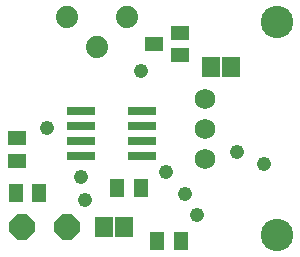
<source format=gts>
G75*
%MOIN*%
%OFA0B0*%
%FSLAX24Y24*%
%IPPOS*%
%LPD*%
%AMOC8*
5,1,8,0,0,1.08239X$1,22.5*
%
%ADD10C,0.1080*%
%ADD11R,0.0592X0.0671*%
%ADD12R,0.0631X0.0474*%
%ADD13R,0.0946X0.0316*%
%ADD14C,0.0680*%
%ADD15OC8,0.0840*%
%ADD16R,0.0631X0.0513*%
%ADD17R,0.0513X0.0631*%
%ADD18C,0.0740*%
%ADD19C,0.0476*%
D10*
X009930Y001680D03*
X009930Y008767D03*
D11*
X008425Y007270D03*
X007755Y007270D03*
X004860Y001940D03*
X004190Y001940D03*
D12*
X006703Y007666D03*
X006703Y008414D03*
X005837Y008040D03*
D13*
X005454Y005805D03*
X005454Y005305D03*
X005454Y004805D03*
X005454Y004305D03*
X003406Y004305D03*
X003406Y004805D03*
X003406Y005305D03*
X003406Y005805D03*
D14*
X007545Y006210D03*
X007545Y005210D03*
X007545Y004210D03*
D15*
X001430Y001930D03*
X002930Y001930D03*
D16*
X001265Y004126D03*
X001265Y004914D03*
D17*
X001236Y003060D03*
X002024Y003060D03*
X004616Y003240D03*
X005404Y003240D03*
X005951Y001480D03*
X006739Y001480D03*
D18*
X003930Y007930D03*
X002930Y008930D03*
X004930Y008930D03*
D19*
X005420Y007130D03*
X002280Y005220D03*
X003410Y003600D03*
X003560Y002850D03*
X006260Y003780D03*
X006870Y003030D03*
X007270Y002350D03*
X008620Y004420D03*
X009510Y004020D03*
M02*

</source>
